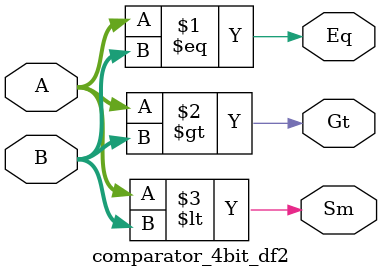
<source format=v>

module comparator_4bit_df2(Eq,Gt,Sm,A,B);

input	[3:0]	A,B;
output			Eq,Gt,Sm;

assign Eq = (A == B);
assign Gt = (A > B);
assign Sm = (A < B);

endmodule
</source>
